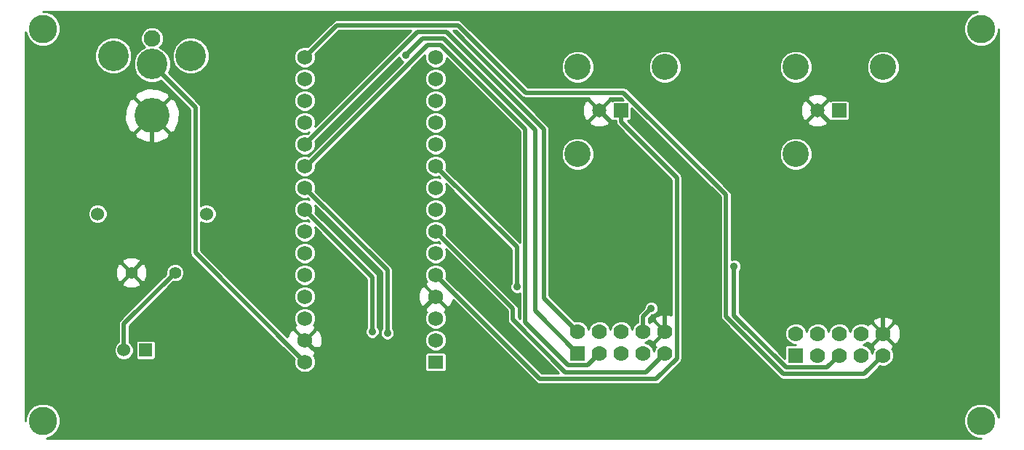
<source format=gbl>
G04 (created by PCBNEW (2013-mar-13)-testing) date Fri 01 Nov 2013 04:53:57 PM PDT*
%MOIN*%
G04 Gerber Fmt 3.4, Leading zero omitted, Abs format*
%FSLAX34Y34*%
G01*
G70*
G90*
G04 APERTURE LIST*
%ADD10C,0.005906*%
%ADD11C,0.055000*%
%ADD12C,0.120000*%
%ADD13R,0.065000X0.065000*%
%ADD14C,0.065000*%
%ADD15R,0.060000X0.060000*%
%ADD16C,0.060000*%
%ADD17C,0.076000*%
%ADD18C,0.140000*%
%ADD19C,0.160000*%
%ADD20R,0.070000X0.070000*%
%ADD21C,0.070000*%
%ADD22R,0.069000X0.060000*%
%ADD23C,0.069000*%
%ADD24C,0.130000*%
%ADD25C,0.035000*%
%ADD26C,0.020000*%
%ADD27C,0.010000*%
G04 APERTURE END LIST*
G54D10*
G54D11*
X17050Y-22200D03*
X15050Y-22200D03*
G54D12*
X35500Y-12750D03*
X39500Y-12750D03*
G54D13*
X37500Y-14750D03*
G54D14*
X36500Y-14750D03*
G54D12*
X35500Y-16750D03*
X45500Y-12750D03*
X49500Y-12750D03*
G54D13*
X47500Y-14750D03*
G54D14*
X46500Y-14750D03*
G54D12*
X45500Y-16750D03*
G54D15*
X15700Y-25750D03*
G54D16*
X14700Y-25750D03*
G54D17*
X16000Y-11440D03*
G54D18*
X16000Y-12620D03*
G54D19*
X16000Y-14980D03*
G54D18*
X14230Y-12230D03*
X17770Y-12230D03*
G54D20*
X45500Y-26000D03*
G54D21*
X45500Y-25000D03*
X46500Y-26000D03*
X46500Y-25000D03*
X47500Y-26000D03*
X47500Y-25000D03*
X48500Y-26000D03*
X48500Y-25000D03*
X49500Y-26000D03*
X49500Y-25000D03*
G54D20*
X35500Y-25900D03*
G54D21*
X35500Y-24900D03*
X36500Y-25900D03*
X36500Y-24900D03*
X37500Y-25900D03*
X37500Y-24900D03*
X38500Y-25900D03*
X38500Y-24900D03*
X39500Y-25900D03*
X39500Y-24900D03*
G54D16*
X13500Y-19500D03*
X18500Y-19500D03*
G54D22*
X29000Y-26300D03*
G54D23*
X29000Y-25300D03*
X29000Y-24300D03*
X29000Y-23300D03*
X29000Y-22300D03*
X29000Y-21300D03*
X29000Y-20300D03*
X29000Y-19300D03*
X29000Y-18300D03*
X29000Y-17300D03*
X29000Y-16300D03*
X29000Y-15300D03*
X29000Y-14300D03*
X29000Y-13300D03*
X29000Y-12300D03*
X23000Y-12300D03*
X23000Y-13300D03*
X23000Y-14300D03*
X23000Y-15300D03*
X23000Y-16300D03*
X23000Y-17300D03*
X23000Y-18300D03*
X23000Y-19300D03*
X23000Y-20300D03*
X23000Y-21300D03*
X23000Y-22300D03*
X23000Y-23300D03*
X23000Y-24300D03*
X23000Y-25300D03*
X23000Y-26300D03*
G54D24*
X11000Y-11000D03*
X54000Y-11000D03*
X11000Y-29000D03*
X54000Y-29000D03*
G54D25*
X27631Y-12207D03*
X26783Y-24975D03*
X26094Y-24904D03*
X38882Y-23831D03*
X32725Y-22846D03*
X42675Y-21900D03*
G54D26*
X33555Y-23955D02*
X35500Y-25900D01*
X33555Y-15633D02*
X33555Y-23955D01*
X29362Y-11441D02*
X33555Y-15633D01*
X28398Y-11441D02*
X29362Y-11441D01*
X27631Y-12207D02*
X28398Y-11441D01*
X33961Y-23361D02*
X35500Y-24900D01*
X33961Y-15615D02*
X33961Y-23361D01*
X29484Y-11139D02*
X33961Y-15615D01*
X28160Y-11139D02*
X29484Y-11139D01*
X23000Y-16300D02*
X28160Y-11139D01*
X35949Y-26450D02*
X36500Y-25900D01*
X35064Y-26450D02*
X35949Y-26450D01*
X33100Y-24486D02*
X35064Y-26450D01*
X33100Y-15604D02*
X33100Y-24486D01*
X29243Y-11746D02*
X33100Y-15604D01*
X28623Y-11746D02*
X29243Y-11746D01*
X23070Y-17300D02*
X28623Y-11746D01*
X23000Y-17300D02*
X23070Y-17300D01*
X26783Y-22083D02*
X26783Y-24975D01*
X23000Y-18300D02*
X26783Y-22083D01*
X26094Y-22394D02*
X26094Y-24904D01*
X23000Y-19300D02*
X26094Y-22394D01*
X38500Y-24213D02*
X38500Y-24900D01*
X38882Y-23831D02*
X38500Y-24213D01*
X48647Y-26852D02*
X49500Y-26000D01*
X44940Y-26852D02*
X48647Y-26852D01*
X42300Y-24212D02*
X44940Y-26852D01*
X42300Y-18615D02*
X42300Y-24212D01*
X37613Y-13928D02*
X42300Y-18615D01*
X33122Y-13928D02*
X37613Y-13928D01*
X30033Y-10838D02*
X33122Y-13928D01*
X24461Y-10838D02*
X30033Y-10838D01*
X23000Y-12300D02*
X24461Y-10838D01*
X38638Y-26761D02*
X39500Y-25900D01*
X34943Y-26761D02*
X38638Y-26761D01*
X32538Y-24356D02*
X34943Y-26761D01*
X32538Y-23838D02*
X32538Y-24356D01*
X29000Y-20300D02*
X32538Y-23838D01*
X32725Y-21025D02*
X32725Y-22846D01*
X29000Y-17300D02*
X32725Y-21025D01*
X46947Y-26552D02*
X47500Y-26000D01*
X45064Y-26552D02*
X46947Y-26552D01*
X42675Y-24163D02*
X45064Y-26552D01*
X42675Y-21900D02*
X42675Y-24163D01*
X40051Y-17827D02*
X37500Y-15275D01*
X40051Y-26127D02*
X40051Y-17827D01*
X39115Y-27064D02*
X40051Y-26127D01*
X33764Y-27064D02*
X39115Y-27064D01*
X29000Y-22300D02*
X33764Y-27064D01*
X37500Y-14750D02*
X37500Y-15275D01*
X17986Y-14606D02*
X16000Y-12620D01*
X17986Y-21286D02*
X17986Y-14606D01*
X23000Y-26300D02*
X17986Y-21286D01*
X49500Y-17750D02*
X46500Y-14750D01*
X49500Y-25000D02*
X49500Y-17750D01*
X23406Y-25706D02*
X23551Y-25706D01*
X23000Y-25300D02*
X23406Y-25706D01*
X26593Y-25706D02*
X29000Y-23300D01*
X23551Y-25706D02*
X26593Y-25706D01*
X16000Y-14980D02*
X16000Y-21703D01*
X17451Y-21703D02*
X16000Y-21703D01*
X22598Y-26849D02*
X17451Y-21703D01*
X23230Y-26849D02*
X22598Y-26849D01*
X23551Y-26528D02*
X23230Y-26849D01*
X23551Y-25706D02*
X23551Y-26528D01*
X15546Y-21703D02*
X15050Y-22200D01*
X16000Y-21703D02*
X15546Y-21703D01*
X39500Y-17750D02*
X39500Y-24900D01*
X36500Y-14750D02*
X39500Y-17750D01*
X14700Y-24550D02*
X17050Y-22200D01*
X14700Y-25750D02*
X14700Y-24550D01*
G54D10*
G36*
X39801Y-24159D02*
X39666Y-24101D01*
X39347Y-24098D01*
X39052Y-24217D01*
X39041Y-24225D01*
X39020Y-24385D01*
X39500Y-24864D01*
X39505Y-24859D01*
X39540Y-24894D01*
X39535Y-24900D01*
X39540Y-24905D01*
X39505Y-24940D01*
X39500Y-24935D01*
X39020Y-25414D01*
X39041Y-25574D01*
X39095Y-25597D01*
X39076Y-25616D01*
X39000Y-25800D01*
X39000Y-25800D01*
X38924Y-25617D01*
X38783Y-25476D01*
X38599Y-25400D01*
X38599Y-25400D01*
X38782Y-25324D01*
X38801Y-25305D01*
X38817Y-25347D01*
X38825Y-25358D01*
X38985Y-25379D01*
X39464Y-24900D01*
X38985Y-24420D01*
X38825Y-24441D01*
X38802Y-24495D01*
X38783Y-24476D01*
X38750Y-24462D01*
X38750Y-24317D01*
X38910Y-24156D01*
X38946Y-24156D01*
X39066Y-24106D01*
X39157Y-24015D01*
X39207Y-23896D01*
X39207Y-23766D01*
X39158Y-23647D01*
X39066Y-23555D01*
X38947Y-23506D01*
X38817Y-23506D01*
X38698Y-23555D01*
X38607Y-23646D01*
X38557Y-23766D01*
X38557Y-23802D01*
X38323Y-24036D01*
X38269Y-24117D01*
X38250Y-24213D01*
X38250Y-24462D01*
X38217Y-24475D01*
X38076Y-24616D01*
X38000Y-24800D01*
X38000Y-24800D01*
X37924Y-24617D01*
X37783Y-24476D01*
X37599Y-24400D01*
X37400Y-24399D01*
X37217Y-24475D01*
X37076Y-24616D01*
X37000Y-24800D01*
X37000Y-24800D01*
X36961Y-24706D01*
X36961Y-15246D01*
X36500Y-14785D01*
X36464Y-14820D01*
X36464Y-14750D01*
X36003Y-14288D01*
X35846Y-14306D01*
X35726Y-14589D01*
X35723Y-14898D01*
X35839Y-15183D01*
X35846Y-15194D01*
X36003Y-15211D01*
X36464Y-14750D01*
X36464Y-14820D01*
X36038Y-15246D01*
X36056Y-15403D01*
X36339Y-15523D01*
X36648Y-15526D01*
X36933Y-15410D01*
X36944Y-15403D01*
X36961Y-15246D01*
X36961Y-24706D01*
X36924Y-24617D01*
X36783Y-24476D01*
X36599Y-24400D01*
X36400Y-24399D01*
X36250Y-24462D01*
X36250Y-16601D01*
X36136Y-16325D01*
X35925Y-16114D01*
X35649Y-16000D01*
X35351Y-15999D01*
X35075Y-16113D01*
X34864Y-16324D01*
X34750Y-16600D01*
X34749Y-16898D01*
X34863Y-17174D01*
X35074Y-17385D01*
X35350Y-17499D01*
X35648Y-17500D01*
X35924Y-17386D01*
X36135Y-17175D01*
X36249Y-16899D01*
X36250Y-16601D01*
X36250Y-24462D01*
X36217Y-24475D01*
X36076Y-24616D01*
X36000Y-24800D01*
X36000Y-24800D01*
X35924Y-24617D01*
X35783Y-24476D01*
X35599Y-24400D01*
X35400Y-24399D01*
X35367Y-24413D01*
X34211Y-23257D01*
X34211Y-15615D01*
X34192Y-15519D01*
X34192Y-15519D01*
X34170Y-15487D01*
X34137Y-15438D01*
X34137Y-15438D01*
X29788Y-11088D01*
X29929Y-11088D01*
X32945Y-14104D01*
X33027Y-14159D01*
X33027Y-14159D01*
X33122Y-14178D01*
X36047Y-14178D01*
X36038Y-14253D01*
X36500Y-14714D01*
X36961Y-14253D01*
X36952Y-14178D01*
X37510Y-14178D01*
X37606Y-14275D01*
X37145Y-14275D01*
X37090Y-14297D01*
X37088Y-14298D01*
X36996Y-14288D01*
X36535Y-14750D01*
X36996Y-15211D01*
X37088Y-15201D01*
X37090Y-15202D01*
X37145Y-15225D01*
X37204Y-15225D01*
X37250Y-15225D01*
X37250Y-15275D01*
X37269Y-15370D01*
X37323Y-15451D01*
X39801Y-17930D01*
X39801Y-24159D01*
X39801Y-24159D01*
G37*
G54D27*
X39801Y-24159D02*
X39666Y-24101D01*
X39347Y-24098D01*
X39052Y-24217D01*
X39041Y-24225D01*
X39020Y-24385D01*
X39500Y-24864D01*
X39505Y-24859D01*
X39540Y-24894D01*
X39535Y-24900D01*
X39540Y-24905D01*
X39505Y-24940D01*
X39500Y-24935D01*
X39020Y-25414D01*
X39041Y-25574D01*
X39095Y-25597D01*
X39076Y-25616D01*
X39000Y-25800D01*
X39000Y-25800D01*
X38924Y-25617D01*
X38783Y-25476D01*
X38599Y-25400D01*
X38599Y-25400D01*
X38782Y-25324D01*
X38801Y-25305D01*
X38817Y-25347D01*
X38825Y-25358D01*
X38985Y-25379D01*
X39464Y-24900D01*
X38985Y-24420D01*
X38825Y-24441D01*
X38802Y-24495D01*
X38783Y-24476D01*
X38750Y-24462D01*
X38750Y-24317D01*
X38910Y-24156D01*
X38946Y-24156D01*
X39066Y-24106D01*
X39157Y-24015D01*
X39207Y-23896D01*
X39207Y-23766D01*
X39158Y-23647D01*
X39066Y-23555D01*
X38947Y-23506D01*
X38817Y-23506D01*
X38698Y-23555D01*
X38607Y-23646D01*
X38557Y-23766D01*
X38557Y-23802D01*
X38323Y-24036D01*
X38269Y-24117D01*
X38250Y-24213D01*
X38250Y-24462D01*
X38217Y-24475D01*
X38076Y-24616D01*
X38000Y-24800D01*
X38000Y-24800D01*
X37924Y-24617D01*
X37783Y-24476D01*
X37599Y-24400D01*
X37400Y-24399D01*
X37217Y-24475D01*
X37076Y-24616D01*
X37000Y-24800D01*
X37000Y-24800D01*
X36961Y-24706D01*
X36961Y-15246D01*
X36500Y-14785D01*
X36464Y-14820D01*
X36464Y-14750D01*
X36003Y-14288D01*
X35846Y-14306D01*
X35726Y-14589D01*
X35723Y-14898D01*
X35839Y-15183D01*
X35846Y-15194D01*
X36003Y-15211D01*
X36464Y-14750D01*
X36464Y-14820D01*
X36038Y-15246D01*
X36056Y-15403D01*
X36339Y-15523D01*
X36648Y-15526D01*
X36933Y-15410D01*
X36944Y-15403D01*
X36961Y-15246D01*
X36961Y-24706D01*
X36924Y-24617D01*
X36783Y-24476D01*
X36599Y-24400D01*
X36400Y-24399D01*
X36250Y-24462D01*
X36250Y-16601D01*
X36136Y-16325D01*
X35925Y-16114D01*
X35649Y-16000D01*
X35351Y-15999D01*
X35075Y-16113D01*
X34864Y-16324D01*
X34750Y-16600D01*
X34749Y-16898D01*
X34863Y-17174D01*
X35074Y-17385D01*
X35350Y-17499D01*
X35648Y-17500D01*
X35924Y-17386D01*
X36135Y-17175D01*
X36249Y-16899D01*
X36250Y-16601D01*
X36250Y-24462D01*
X36217Y-24475D01*
X36076Y-24616D01*
X36000Y-24800D01*
X36000Y-24800D01*
X35924Y-24617D01*
X35783Y-24476D01*
X35599Y-24400D01*
X35400Y-24399D01*
X35367Y-24413D01*
X34211Y-23257D01*
X34211Y-15615D01*
X34192Y-15519D01*
X34192Y-15519D01*
X34170Y-15487D01*
X34137Y-15438D01*
X34137Y-15438D01*
X29788Y-11088D01*
X29929Y-11088D01*
X32945Y-14104D01*
X33027Y-14159D01*
X33027Y-14159D01*
X33122Y-14178D01*
X36047Y-14178D01*
X36038Y-14253D01*
X36500Y-14714D01*
X36961Y-14253D01*
X36952Y-14178D01*
X37510Y-14178D01*
X37606Y-14275D01*
X37145Y-14275D01*
X37090Y-14297D01*
X37088Y-14298D01*
X36996Y-14288D01*
X36535Y-14750D01*
X36996Y-15211D01*
X37088Y-15201D01*
X37090Y-15202D01*
X37145Y-15225D01*
X37204Y-15225D01*
X37250Y-15225D01*
X37250Y-15275D01*
X37269Y-15370D01*
X37323Y-15451D01*
X39801Y-17930D01*
X39801Y-24159D01*
G54D10*
G36*
X54800Y-28841D02*
X54678Y-28547D01*
X54453Y-28322D01*
X54159Y-28200D01*
X53841Y-28199D01*
X53547Y-28321D01*
X53322Y-28546D01*
X53200Y-28840D01*
X53199Y-29158D01*
X53321Y-29452D01*
X53546Y-29677D01*
X53840Y-29799D01*
X53999Y-29800D01*
X50301Y-29800D01*
X50301Y-24847D01*
X50250Y-24721D01*
X50250Y-12601D01*
X50136Y-12325D01*
X49925Y-12114D01*
X49649Y-12000D01*
X49351Y-11999D01*
X49075Y-12113D01*
X48864Y-12324D01*
X48750Y-12600D01*
X48749Y-12898D01*
X48863Y-13174D01*
X49074Y-13385D01*
X49350Y-13499D01*
X49648Y-13500D01*
X49924Y-13386D01*
X50135Y-13175D01*
X50249Y-12899D01*
X50250Y-12601D01*
X50250Y-24721D01*
X50182Y-24552D01*
X50174Y-24541D01*
X50014Y-24520D01*
X49979Y-24556D01*
X49979Y-24485D01*
X49958Y-24325D01*
X49666Y-24201D01*
X49347Y-24198D01*
X49052Y-24317D01*
X49041Y-24325D01*
X49020Y-24485D01*
X49500Y-24964D01*
X49979Y-24485D01*
X49979Y-24556D01*
X49535Y-25000D01*
X50014Y-25479D01*
X50174Y-25458D01*
X50298Y-25166D01*
X50301Y-24847D01*
X50301Y-29800D01*
X50000Y-29800D01*
X50000Y-25900D01*
X49924Y-25717D01*
X49905Y-25698D01*
X49947Y-25682D01*
X49958Y-25674D01*
X49979Y-25514D01*
X49500Y-25035D01*
X49020Y-25514D01*
X49041Y-25674D01*
X49095Y-25697D01*
X49076Y-25716D01*
X49000Y-25900D01*
X49000Y-25900D01*
X48924Y-25717D01*
X48783Y-25576D01*
X48599Y-25500D01*
X48599Y-25500D01*
X48782Y-25424D01*
X48801Y-25405D01*
X48817Y-25447D01*
X48825Y-25458D01*
X48985Y-25479D01*
X49464Y-25000D01*
X48985Y-24520D01*
X48825Y-24541D01*
X48802Y-24595D01*
X48783Y-24576D01*
X48599Y-24500D01*
X48400Y-24499D01*
X48217Y-24575D01*
X48076Y-24716D01*
X48000Y-24900D01*
X48000Y-24900D01*
X47975Y-24840D01*
X47975Y-15104D01*
X47975Y-15045D01*
X47975Y-14395D01*
X47952Y-14340D01*
X47909Y-14297D01*
X47854Y-14275D01*
X47795Y-14275D01*
X47145Y-14275D01*
X47090Y-14297D01*
X47088Y-14298D01*
X46996Y-14288D01*
X46961Y-14324D01*
X46961Y-14253D01*
X46944Y-14096D01*
X46660Y-13976D01*
X46351Y-13973D01*
X46250Y-14015D01*
X46250Y-12601D01*
X46136Y-12325D01*
X45925Y-12114D01*
X45649Y-12000D01*
X45351Y-11999D01*
X45075Y-12113D01*
X44864Y-12324D01*
X44750Y-12600D01*
X44749Y-12898D01*
X44863Y-13174D01*
X45074Y-13385D01*
X45350Y-13499D01*
X45648Y-13500D01*
X45924Y-13386D01*
X46135Y-13175D01*
X46249Y-12899D01*
X46250Y-12601D01*
X46250Y-14015D01*
X46066Y-14089D01*
X46056Y-14096D01*
X46038Y-14253D01*
X46500Y-14714D01*
X46961Y-14253D01*
X46961Y-14324D01*
X46535Y-14750D01*
X46996Y-15211D01*
X47088Y-15201D01*
X47090Y-15202D01*
X47145Y-15225D01*
X47204Y-15225D01*
X47854Y-15225D01*
X47909Y-15202D01*
X47952Y-15159D01*
X47975Y-15104D01*
X47975Y-24840D01*
X47924Y-24717D01*
X47783Y-24576D01*
X47599Y-24500D01*
X47400Y-24499D01*
X47217Y-24575D01*
X47076Y-24716D01*
X47000Y-24900D01*
X47000Y-24900D01*
X46961Y-24806D01*
X46961Y-15246D01*
X46500Y-14785D01*
X46464Y-14820D01*
X46464Y-14750D01*
X46003Y-14288D01*
X45846Y-14306D01*
X45726Y-14589D01*
X45723Y-14898D01*
X45839Y-15183D01*
X45846Y-15194D01*
X46003Y-15211D01*
X46464Y-14750D01*
X46464Y-14820D01*
X46038Y-15246D01*
X46056Y-15403D01*
X46339Y-15523D01*
X46648Y-15526D01*
X46933Y-15410D01*
X46944Y-15403D01*
X46961Y-15246D01*
X46961Y-24806D01*
X46924Y-24717D01*
X46783Y-24576D01*
X46599Y-24500D01*
X46400Y-24499D01*
X46250Y-24562D01*
X46250Y-16601D01*
X46136Y-16325D01*
X45925Y-16114D01*
X45649Y-16000D01*
X45351Y-15999D01*
X45075Y-16113D01*
X44864Y-16324D01*
X44750Y-16600D01*
X44749Y-16898D01*
X44863Y-17174D01*
X45074Y-17385D01*
X45350Y-17499D01*
X45648Y-17500D01*
X45924Y-17386D01*
X46135Y-17175D01*
X46249Y-16899D01*
X46250Y-16601D01*
X46250Y-24562D01*
X46217Y-24575D01*
X46076Y-24716D01*
X46000Y-24900D01*
X46000Y-24900D01*
X45924Y-24717D01*
X45783Y-24576D01*
X45599Y-24500D01*
X45400Y-24499D01*
X45217Y-24575D01*
X45076Y-24716D01*
X45000Y-24900D01*
X44999Y-25099D01*
X45075Y-25282D01*
X45216Y-25423D01*
X45400Y-25499D01*
X45499Y-25500D01*
X45120Y-25500D01*
X45065Y-25522D01*
X45022Y-25565D01*
X45000Y-25620D01*
X45000Y-25679D01*
X45000Y-26134D01*
X42925Y-24059D01*
X42925Y-22109D01*
X42950Y-22084D01*
X43000Y-21965D01*
X43000Y-21835D01*
X42951Y-21716D01*
X42859Y-21624D01*
X42740Y-21575D01*
X42611Y-21575D01*
X42550Y-21600D01*
X42550Y-18615D01*
X42531Y-18519D01*
X42531Y-18519D01*
X42477Y-18438D01*
X40250Y-16211D01*
X40250Y-12601D01*
X40136Y-12325D01*
X39925Y-12114D01*
X39649Y-12000D01*
X39351Y-11999D01*
X39075Y-12113D01*
X38864Y-12324D01*
X38750Y-12600D01*
X38749Y-12898D01*
X38863Y-13174D01*
X39074Y-13385D01*
X39350Y-13499D01*
X39648Y-13500D01*
X39924Y-13386D01*
X40135Y-13175D01*
X40249Y-12899D01*
X40250Y-12601D01*
X40250Y-16211D01*
X37790Y-13751D01*
X37709Y-13697D01*
X37613Y-13678D01*
X36250Y-13678D01*
X36250Y-12601D01*
X36136Y-12325D01*
X35925Y-12114D01*
X35649Y-12000D01*
X35351Y-11999D01*
X35075Y-12113D01*
X34864Y-12324D01*
X34750Y-12600D01*
X34749Y-12898D01*
X34863Y-13174D01*
X35074Y-13385D01*
X35350Y-13499D01*
X35648Y-13500D01*
X35924Y-13386D01*
X36135Y-13175D01*
X36249Y-12899D01*
X36250Y-12601D01*
X36250Y-13678D01*
X33226Y-13678D01*
X30210Y-10662D01*
X30129Y-10607D01*
X30033Y-10588D01*
X24461Y-10588D01*
X24365Y-10607D01*
X24284Y-10662D01*
X23128Y-11817D01*
X23098Y-11805D01*
X22901Y-11804D01*
X22719Y-11880D01*
X22580Y-12019D01*
X22505Y-12201D01*
X22504Y-12398D01*
X22580Y-12580D01*
X22719Y-12719D01*
X22901Y-12794D01*
X23098Y-12795D01*
X23280Y-12719D01*
X23419Y-12580D01*
X23494Y-12398D01*
X23495Y-12201D01*
X23482Y-12171D01*
X24564Y-11088D01*
X27857Y-11088D01*
X23457Y-15488D01*
X23494Y-15398D01*
X23495Y-15201D01*
X23495Y-14201D01*
X23495Y-13201D01*
X23419Y-13019D01*
X23280Y-12880D01*
X23098Y-12805D01*
X22901Y-12804D01*
X22719Y-12880D01*
X22580Y-13019D01*
X22505Y-13201D01*
X22504Y-13398D01*
X22580Y-13580D01*
X22719Y-13719D01*
X22901Y-13794D01*
X23098Y-13795D01*
X23280Y-13719D01*
X23419Y-13580D01*
X23494Y-13398D01*
X23495Y-13201D01*
X23495Y-14201D01*
X23419Y-14019D01*
X23280Y-13880D01*
X23098Y-13805D01*
X22901Y-13804D01*
X22719Y-13880D01*
X22580Y-14019D01*
X22505Y-14201D01*
X22504Y-14398D01*
X22580Y-14580D01*
X22719Y-14719D01*
X22901Y-14794D01*
X23098Y-14795D01*
X23280Y-14719D01*
X23419Y-14580D01*
X23494Y-14398D01*
X23495Y-14201D01*
X23495Y-15201D01*
X23419Y-15019D01*
X23280Y-14880D01*
X23098Y-14805D01*
X22901Y-14804D01*
X22719Y-14880D01*
X22580Y-15019D01*
X22505Y-15201D01*
X22504Y-15398D01*
X22580Y-15580D01*
X22719Y-15719D01*
X22901Y-15794D01*
X23098Y-15795D01*
X23188Y-15757D01*
X23128Y-15817D01*
X23098Y-15805D01*
X22901Y-15804D01*
X22719Y-15880D01*
X22580Y-16019D01*
X22505Y-16201D01*
X22504Y-16398D01*
X22580Y-16580D01*
X22719Y-16719D01*
X22901Y-16794D01*
X23098Y-16795D01*
X23280Y-16719D01*
X23419Y-16580D01*
X23494Y-16398D01*
X23495Y-16201D01*
X23482Y-16171D01*
X27328Y-12324D01*
X27356Y-12391D01*
X27447Y-12483D01*
X27508Y-12508D01*
X23178Y-16838D01*
X23098Y-16805D01*
X22901Y-16804D01*
X22719Y-16880D01*
X22580Y-17019D01*
X22505Y-17201D01*
X22504Y-17398D01*
X22580Y-17580D01*
X22719Y-17719D01*
X22901Y-17794D01*
X23098Y-17795D01*
X23280Y-17719D01*
X23419Y-17580D01*
X23494Y-17398D01*
X23495Y-17228D01*
X28505Y-12218D01*
X28504Y-12398D01*
X28580Y-12580D01*
X28719Y-12719D01*
X28901Y-12794D01*
X29098Y-12795D01*
X29280Y-12719D01*
X29419Y-12580D01*
X29494Y-12398D01*
X29494Y-12351D01*
X32850Y-15707D01*
X32850Y-20797D01*
X29482Y-17428D01*
X29494Y-17398D01*
X29495Y-17201D01*
X29495Y-16201D01*
X29495Y-15201D01*
X29495Y-14201D01*
X29495Y-13201D01*
X29419Y-13019D01*
X29280Y-12880D01*
X29098Y-12805D01*
X28901Y-12804D01*
X28719Y-12880D01*
X28580Y-13019D01*
X28505Y-13201D01*
X28504Y-13398D01*
X28580Y-13580D01*
X28719Y-13719D01*
X28901Y-13794D01*
X29098Y-13795D01*
X29280Y-13719D01*
X29419Y-13580D01*
X29494Y-13398D01*
X29495Y-13201D01*
X29495Y-14201D01*
X29419Y-14019D01*
X29280Y-13880D01*
X29098Y-13805D01*
X28901Y-13804D01*
X28719Y-13880D01*
X28580Y-14019D01*
X28505Y-14201D01*
X28504Y-14398D01*
X28580Y-14580D01*
X28719Y-14719D01*
X28901Y-14794D01*
X29098Y-14795D01*
X29280Y-14719D01*
X29419Y-14580D01*
X29494Y-14398D01*
X29495Y-14201D01*
X29495Y-15201D01*
X29419Y-15019D01*
X29280Y-14880D01*
X29098Y-14805D01*
X28901Y-14804D01*
X28719Y-14880D01*
X28580Y-15019D01*
X28505Y-15201D01*
X28504Y-15398D01*
X28580Y-15580D01*
X28719Y-15719D01*
X28901Y-15794D01*
X29098Y-15795D01*
X29280Y-15719D01*
X29419Y-15580D01*
X29494Y-15398D01*
X29495Y-15201D01*
X29495Y-16201D01*
X29419Y-16019D01*
X29280Y-15880D01*
X29098Y-15805D01*
X28901Y-15804D01*
X28719Y-15880D01*
X28580Y-16019D01*
X28505Y-16201D01*
X28504Y-16398D01*
X28580Y-16580D01*
X28719Y-16719D01*
X28901Y-16794D01*
X29098Y-16795D01*
X29280Y-16719D01*
X29419Y-16580D01*
X29494Y-16398D01*
X29495Y-16201D01*
X29495Y-17201D01*
X29419Y-17019D01*
X29280Y-16880D01*
X29098Y-16805D01*
X28901Y-16804D01*
X28719Y-16880D01*
X28580Y-17019D01*
X28505Y-17201D01*
X28504Y-17398D01*
X28580Y-17580D01*
X28719Y-17719D01*
X28901Y-17794D01*
X29098Y-17795D01*
X29128Y-17782D01*
X29188Y-17842D01*
X29098Y-17805D01*
X28901Y-17804D01*
X28719Y-17880D01*
X28580Y-18019D01*
X28505Y-18201D01*
X28504Y-18398D01*
X28580Y-18580D01*
X28719Y-18719D01*
X28901Y-18794D01*
X29098Y-18795D01*
X29280Y-18719D01*
X29419Y-18580D01*
X29494Y-18398D01*
X29495Y-18201D01*
X29457Y-18111D01*
X32475Y-21129D01*
X32475Y-22636D01*
X32450Y-22661D01*
X32400Y-22781D01*
X32400Y-22910D01*
X32449Y-23030D01*
X32541Y-23121D01*
X32660Y-23171D01*
X32790Y-23171D01*
X32850Y-23146D01*
X32850Y-24315D01*
X32788Y-24253D01*
X32788Y-23838D01*
X32769Y-23743D01*
X32715Y-23662D01*
X29482Y-20428D01*
X29494Y-20398D01*
X29495Y-20201D01*
X29495Y-19201D01*
X29419Y-19019D01*
X29280Y-18880D01*
X29098Y-18805D01*
X28901Y-18804D01*
X28719Y-18880D01*
X28580Y-19019D01*
X28505Y-19201D01*
X28504Y-19398D01*
X28580Y-19580D01*
X28719Y-19719D01*
X28901Y-19794D01*
X29098Y-19795D01*
X29280Y-19719D01*
X29419Y-19580D01*
X29494Y-19398D01*
X29495Y-19201D01*
X29495Y-20201D01*
X29419Y-20019D01*
X29280Y-19880D01*
X29098Y-19805D01*
X28901Y-19804D01*
X28719Y-19880D01*
X28580Y-20019D01*
X28505Y-20201D01*
X28504Y-20398D01*
X28580Y-20580D01*
X28719Y-20719D01*
X28901Y-20794D01*
X29098Y-20795D01*
X29128Y-20782D01*
X29188Y-20842D01*
X29098Y-20805D01*
X28901Y-20804D01*
X28719Y-20880D01*
X28580Y-21019D01*
X28505Y-21201D01*
X28504Y-21398D01*
X28580Y-21580D01*
X28719Y-21719D01*
X28901Y-21794D01*
X29098Y-21795D01*
X29280Y-21719D01*
X29419Y-21580D01*
X29494Y-21398D01*
X29495Y-21201D01*
X29457Y-21111D01*
X32288Y-23942D01*
X32288Y-24356D01*
X32307Y-24452D01*
X32362Y-24533D01*
X34642Y-26814D01*
X33867Y-26814D01*
X29482Y-22428D01*
X29494Y-22398D01*
X29495Y-22201D01*
X29419Y-22019D01*
X29280Y-21880D01*
X29098Y-21805D01*
X28901Y-21804D01*
X28719Y-21880D01*
X28580Y-22019D01*
X28505Y-22201D01*
X28504Y-22398D01*
X28580Y-22580D01*
X28603Y-22602D01*
X28555Y-22622D01*
X28544Y-22629D01*
X28524Y-22789D01*
X29000Y-23264D01*
X29005Y-23259D01*
X29040Y-23294D01*
X29035Y-23300D01*
X29510Y-23775D01*
X29670Y-23755D01*
X29793Y-23464D01*
X29793Y-23447D01*
X33587Y-27241D01*
X33668Y-27295D01*
X33764Y-27314D01*
X39115Y-27314D01*
X39211Y-27295D01*
X39292Y-27241D01*
X40228Y-26304D01*
X40282Y-26223D01*
X40282Y-26223D01*
X40301Y-26127D01*
X40301Y-17827D01*
X40282Y-17731D01*
X40282Y-17731D01*
X40228Y-17650D01*
X37803Y-15225D01*
X37854Y-15225D01*
X37909Y-15202D01*
X37952Y-15159D01*
X37975Y-15104D01*
X37975Y-15045D01*
X37975Y-14643D01*
X42050Y-18718D01*
X42050Y-24212D01*
X42069Y-24308D01*
X42123Y-24389D01*
X44763Y-27029D01*
X44844Y-27083D01*
X44940Y-27102D01*
X48647Y-27102D01*
X48742Y-27083D01*
X48824Y-27029D01*
X49367Y-26486D01*
X49400Y-26499D01*
X49599Y-26500D01*
X49782Y-26424D01*
X49923Y-26283D01*
X49999Y-26099D01*
X50000Y-25900D01*
X50000Y-29800D01*
X29495Y-29800D01*
X29495Y-25201D01*
X29495Y-24201D01*
X29419Y-24019D01*
X29396Y-23997D01*
X29444Y-23977D01*
X29455Y-23970D01*
X29475Y-23810D01*
X29000Y-23335D01*
X28964Y-23370D01*
X28964Y-23300D01*
X28489Y-22824D01*
X28329Y-22844D01*
X28206Y-23135D01*
X28203Y-23451D01*
X28322Y-23744D01*
X28329Y-23755D01*
X28489Y-23775D01*
X28964Y-23300D01*
X28964Y-23370D01*
X28524Y-23810D01*
X28544Y-23970D01*
X28604Y-23995D01*
X28580Y-24019D01*
X28505Y-24201D01*
X28504Y-24398D01*
X28580Y-24580D01*
X28719Y-24719D01*
X28901Y-24794D01*
X29098Y-24795D01*
X29280Y-24719D01*
X29419Y-24580D01*
X29494Y-24398D01*
X29495Y-24201D01*
X29495Y-25201D01*
X29419Y-25019D01*
X29280Y-24880D01*
X29098Y-24805D01*
X28901Y-24804D01*
X28719Y-24880D01*
X28580Y-25019D01*
X28505Y-25201D01*
X28504Y-25398D01*
X28580Y-25580D01*
X28719Y-25719D01*
X28901Y-25794D01*
X29098Y-25795D01*
X29280Y-25719D01*
X29419Y-25580D01*
X29494Y-25398D01*
X29495Y-25201D01*
X29495Y-29800D01*
X29495Y-29800D01*
X29495Y-26629D01*
X29495Y-26570D01*
X29495Y-25970D01*
X29472Y-25915D01*
X29429Y-25872D01*
X29374Y-25850D01*
X29315Y-25850D01*
X28625Y-25850D01*
X28570Y-25872D01*
X28527Y-25915D01*
X28505Y-25970D01*
X28505Y-26029D01*
X28505Y-26629D01*
X28527Y-26684D01*
X28570Y-26727D01*
X28625Y-26750D01*
X28684Y-26750D01*
X29374Y-26750D01*
X29429Y-26727D01*
X29472Y-26684D01*
X29495Y-26629D01*
X29495Y-29800D01*
X27108Y-29800D01*
X27108Y-24910D01*
X27059Y-24791D01*
X27033Y-24765D01*
X27033Y-22083D01*
X27014Y-21987D01*
X26960Y-21906D01*
X23482Y-18428D01*
X23494Y-18398D01*
X23495Y-18201D01*
X23419Y-18019D01*
X23280Y-17880D01*
X23098Y-17805D01*
X22901Y-17804D01*
X22719Y-17880D01*
X22580Y-18019D01*
X22505Y-18201D01*
X22504Y-18398D01*
X22580Y-18580D01*
X22719Y-18719D01*
X22901Y-18794D01*
X23098Y-18795D01*
X23128Y-18782D01*
X23188Y-18842D01*
X23098Y-18805D01*
X22901Y-18804D01*
X22719Y-18880D01*
X22580Y-19019D01*
X22505Y-19201D01*
X22504Y-19398D01*
X22580Y-19580D01*
X22719Y-19719D01*
X22901Y-19794D01*
X23098Y-19795D01*
X23128Y-19782D01*
X23188Y-19842D01*
X23098Y-19805D01*
X22901Y-19804D01*
X22719Y-19880D01*
X22580Y-20019D01*
X22505Y-20201D01*
X22504Y-20398D01*
X22580Y-20580D01*
X22719Y-20719D01*
X22901Y-20794D01*
X23098Y-20795D01*
X23280Y-20719D01*
X23419Y-20580D01*
X23494Y-20398D01*
X23495Y-20201D01*
X23457Y-20111D01*
X25844Y-22498D01*
X25844Y-24694D01*
X25819Y-24719D01*
X25769Y-24839D01*
X25769Y-24968D01*
X25818Y-25088D01*
X25910Y-25179D01*
X26029Y-25229D01*
X26158Y-25229D01*
X26278Y-25180D01*
X26369Y-25088D01*
X26419Y-24969D01*
X26419Y-24839D01*
X26370Y-24720D01*
X26344Y-24694D01*
X26344Y-22394D01*
X26325Y-22298D01*
X26325Y-22298D01*
X26303Y-22266D01*
X26271Y-22217D01*
X26271Y-22217D01*
X23482Y-19428D01*
X23494Y-19398D01*
X23495Y-19201D01*
X23457Y-19111D01*
X26533Y-22186D01*
X26533Y-24765D01*
X26507Y-24790D01*
X26458Y-24910D01*
X26458Y-25039D01*
X26507Y-25158D01*
X26599Y-25250D01*
X26718Y-25299D01*
X26847Y-25300D01*
X26967Y-25250D01*
X27058Y-25159D01*
X27108Y-25039D01*
X27108Y-24910D01*
X27108Y-29800D01*
X23796Y-29800D01*
X23796Y-25148D01*
X23677Y-24855D01*
X23670Y-24844D01*
X23510Y-24824D01*
X23495Y-24840D01*
X23495Y-24201D01*
X23495Y-23201D01*
X23495Y-22201D01*
X23495Y-21201D01*
X23419Y-21019D01*
X23280Y-20880D01*
X23098Y-20805D01*
X22901Y-20804D01*
X22719Y-20880D01*
X22580Y-21019D01*
X22505Y-21201D01*
X22504Y-21398D01*
X22580Y-21580D01*
X22719Y-21719D01*
X22901Y-21794D01*
X23098Y-21795D01*
X23280Y-21719D01*
X23419Y-21580D01*
X23494Y-21398D01*
X23495Y-21201D01*
X23495Y-22201D01*
X23419Y-22019D01*
X23280Y-21880D01*
X23098Y-21805D01*
X22901Y-21804D01*
X22719Y-21880D01*
X22580Y-22019D01*
X22505Y-22201D01*
X22504Y-22398D01*
X22580Y-22580D01*
X22719Y-22719D01*
X22901Y-22794D01*
X23098Y-22795D01*
X23280Y-22719D01*
X23419Y-22580D01*
X23494Y-22398D01*
X23495Y-22201D01*
X23495Y-23201D01*
X23419Y-23019D01*
X23280Y-22880D01*
X23098Y-22805D01*
X22901Y-22804D01*
X22719Y-22880D01*
X22580Y-23019D01*
X22505Y-23201D01*
X22504Y-23398D01*
X22580Y-23580D01*
X22719Y-23719D01*
X22901Y-23794D01*
X23098Y-23795D01*
X23280Y-23719D01*
X23419Y-23580D01*
X23494Y-23398D01*
X23495Y-23201D01*
X23495Y-24201D01*
X23419Y-24019D01*
X23280Y-23880D01*
X23098Y-23805D01*
X22901Y-23804D01*
X22719Y-23880D01*
X22580Y-24019D01*
X22505Y-24201D01*
X22504Y-24398D01*
X22580Y-24580D01*
X22603Y-24602D01*
X22555Y-24622D01*
X22544Y-24629D01*
X22524Y-24789D01*
X23000Y-25264D01*
X23475Y-24789D01*
X23455Y-24629D01*
X23395Y-24604D01*
X23419Y-24580D01*
X23494Y-24398D01*
X23495Y-24201D01*
X23495Y-24840D01*
X23035Y-25300D01*
X23510Y-25775D01*
X23670Y-25755D01*
X23793Y-25464D01*
X23796Y-25148D01*
X23796Y-29800D01*
X23495Y-29800D01*
X23495Y-26201D01*
X23419Y-26019D01*
X23396Y-25997D01*
X23444Y-25977D01*
X23455Y-25970D01*
X23475Y-25810D01*
X23000Y-25335D01*
X22994Y-25340D01*
X22959Y-25305D01*
X22964Y-25300D01*
X22489Y-24824D01*
X22329Y-24844D01*
X22206Y-25135D01*
X22206Y-25152D01*
X18236Y-21182D01*
X18236Y-19872D01*
X18244Y-19881D01*
X18410Y-19949D01*
X18589Y-19950D01*
X18754Y-19881D01*
X18881Y-19755D01*
X18949Y-19589D01*
X18950Y-19410D01*
X18881Y-19245D01*
X18755Y-19118D01*
X18620Y-19062D01*
X18620Y-12061D01*
X18491Y-11749D01*
X18252Y-11509D01*
X17939Y-11380D01*
X17601Y-11379D01*
X17289Y-11508D01*
X17049Y-11747D01*
X16920Y-12060D01*
X16919Y-12398D01*
X17048Y-12710D01*
X17287Y-12950D01*
X17600Y-13079D01*
X17938Y-13080D01*
X18250Y-12951D01*
X18490Y-12712D01*
X18619Y-12399D01*
X18620Y-12061D01*
X18620Y-19062D01*
X18589Y-19050D01*
X18410Y-19049D01*
X18245Y-19118D01*
X18236Y-19127D01*
X18236Y-14606D01*
X18217Y-14510D01*
X18162Y-14429D01*
X16754Y-13020D01*
X16849Y-12789D01*
X16850Y-12451D01*
X16721Y-12139D01*
X16482Y-11899D01*
X16346Y-11843D01*
X16449Y-11740D01*
X16529Y-11545D01*
X16530Y-11335D01*
X16449Y-11140D01*
X16300Y-10990D01*
X16105Y-10910D01*
X15895Y-10909D01*
X15700Y-10990D01*
X15550Y-11139D01*
X15470Y-11334D01*
X15469Y-11544D01*
X15550Y-11739D01*
X15653Y-11843D01*
X15519Y-11898D01*
X15279Y-12137D01*
X15150Y-12450D01*
X15149Y-12788D01*
X15278Y-13100D01*
X15517Y-13340D01*
X15830Y-13469D01*
X16168Y-13470D01*
X16400Y-13374D01*
X17736Y-14709D01*
X17736Y-21286D01*
X17755Y-21381D01*
X17809Y-21462D01*
X22517Y-26171D01*
X22505Y-26201D01*
X22504Y-26398D01*
X22580Y-26580D01*
X22719Y-26719D01*
X22901Y-26794D01*
X23098Y-26795D01*
X23280Y-26719D01*
X23419Y-26580D01*
X23494Y-26398D01*
X23495Y-26201D01*
X23495Y-29800D01*
X17475Y-29800D01*
X17475Y-22115D01*
X17410Y-21959D01*
X17291Y-21839D01*
X17254Y-21824D01*
X17254Y-14755D01*
X17073Y-14292D01*
X17045Y-14251D01*
X16839Y-14176D01*
X16803Y-14211D01*
X16803Y-14140D01*
X16728Y-13934D01*
X16273Y-13735D01*
X15775Y-13725D01*
X15312Y-13906D01*
X15271Y-13934D01*
X15196Y-14140D01*
X16000Y-14944D01*
X16803Y-14140D01*
X16803Y-14211D01*
X16035Y-14980D01*
X16839Y-15783D01*
X17045Y-15708D01*
X17244Y-15253D01*
X17254Y-14755D01*
X17254Y-21824D01*
X17134Y-21775D01*
X16965Y-21774D01*
X16809Y-21839D01*
X16803Y-21845D01*
X16803Y-15819D01*
X16000Y-15015D01*
X15964Y-15050D01*
X15964Y-14980D01*
X15160Y-14176D01*
X15080Y-14205D01*
X15080Y-12061D01*
X14951Y-11749D01*
X14712Y-11509D01*
X14399Y-11380D01*
X14061Y-11379D01*
X13749Y-11508D01*
X13509Y-11747D01*
X13380Y-12060D01*
X13379Y-12398D01*
X13508Y-12710D01*
X13747Y-12950D01*
X14060Y-13079D01*
X14398Y-13080D01*
X14710Y-12951D01*
X14950Y-12712D01*
X15079Y-12399D01*
X15080Y-12061D01*
X15080Y-14205D01*
X14954Y-14251D01*
X14755Y-14706D01*
X14745Y-15204D01*
X14926Y-15667D01*
X14954Y-15708D01*
X15160Y-15783D01*
X15964Y-14980D01*
X15964Y-15050D01*
X15196Y-15819D01*
X15271Y-16025D01*
X15726Y-16224D01*
X16224Y-16234D01*
X16687Y-16053D01*
X16728Y-16025D01*
X16803Y-15819D01*
X16803Y-21845D01*
X16689Y-21958D01*
X16625Y-22115D01*
X16624Y-22271D01*
X15775Y-23120D01*
X15775Y-22059D01*
X15666Y-21792D01*
X15662Y-21785D01*
X15510Y-21774D01*
X15475Y-21810D01*
X15475Y-21739D01*
X15464Y-21587D01*
X15198Y-21475D01*
X14909Y-21474D01*
X14642Y-21583D01*
X14635Y-21587D01*
X14624Y-21739D01*
X15050Y-22164D01*
X15475Y-21739D01*
X15475Y-21810D01*
X15085Y-22200D01*
X15510Y-22625D01*
X15662Y-22614D01*
X15774Y-22348D01*
X15775Y-22059D01*
X15775Y-23120D01*
X15475Y-23421D01*
X15475Y-22660D01*
X15050Y-22235D01*
X15014Y-22270D01*
X15014Y-22200D01*
X14589Y-21774D01*
X14437Y-21785D01*
X14325Y-22051D01*
X14324Y-22340D01*
X14433Y-22607D01*
X14437Y-22614D01*
X14589Y-22625D01*
X15014Y-22200D01*
X15014Y-22270D01*
X14624Y-22660D01*
X14635Y-22812D01*
X14901Y-22924D01*
X15190Y-22925D01*
X15457Y-22816D01*
X15464Y-22812D01*
X15475Y-22660D01*
X15475Y-23421D01*
X14523Y-24373D01*
X14469Y-24454D01*
X14450Y-24550D01*
X14450Y-25366D01*
X14445Y-25368D01*
X14318Y-25494D01*
X14250Y-25660D01*
X14249Y-25839D01*
X14318Y-26004D01*
X14444Y-26131D01*
X14610Y-26199D01*
X14789Y-26200D01*
X14954Y-26131D01*
X15081Y-26005D01*
X15149Y-25839D01*
X15150Y-25660D01*
X15081Y-25495D01*
X14955Y-25368D01*
X14950Y-25366D01*
X14950Y-24653D01*
X16978Y-22624D01*
X17134Y-22625D01*
X17290Y-22560D01*
X17410Y-22441D01*
X17474Y-22284D01*
X17475Y-22115D01*
X17475Y-29800D01*
X16150Y-29800D01*
X16150Y-26079D01*
X16150Y-26020D01*
X16150Y-25420D01*
X16127Y-25365D01*
X16084Y-25322D01*
X16029Y-25300D01*
X15970Y-25300D01*
X15370Y-25300D01*
X15315Y-25322D01*
X15272Y-25365D01*
X15250Y-25420D01*
X15250Y-25479D01*
X15250Y-26079D01*
X15272Y-26134D01*
X15315Y-26177D01*
X15370Y-26200D01*
X15429Y-26200D01*
X16029Y-26200D01*
X16084Y-26177D01*
X16127Y-26134D01*
X16150Y-26079D01*
X16150Y-29800D01*
X13950Y-29800D01*
X13950Y-19410D01*
X13881Y-19245D01*
X13755Y-19118D01*
X13589Y-19050D01*
X13410Y-19049D01*
X13245Y-19118D01*
X13118Y-19244D01*
X13050Y-19410D01*
X13049Y-19589D01*
X13118Y-19754D01*
X13244Y-19881D01*
X13410Y-19949D01*
X13589Y-19950D01*
X13754Y-19881D01*
X13881Y-19755D01*
X13949Y-19589D01*
X13950Y-19410D01*
X13950Y-29800D01*
X11158Y-29800D01*
X11452Y-29678D01*
X11677Y-29453D01*
X11799Y-29159D01*
X11800Y-28841D01*
X11678Y-28547D01*
X11453Y-28322D01*
X11159Y-28200D01*
X10841Y-28199D01*
X10547Y-28321D01*
X10322Y-28546D01*
X10200Y-28840D01*
X10200Y-28999D01*
X10200Y-11158D01*
X10321Y-11452D01*
X10546Y-11677D01*
X10840Y-11799D01*
X11158Y-11800D01*
X11452Y-11678D01*
X11677Y-11453D01*
X11799Y-11159D01*
X11800Y-10841D01*
X11678Y-10547D01*
X11453Y-10322D01*
X11159Y-10200D01*
X11000Y-10200D01*
X53841Y-10200D01*
X53547Y-10321D01*
X53322Y-10546D01*
X53200Y-10840D01*
X53199Y-11158D01*
X53321Y-11452D01*
X53546Y-11677D01*
X53840Y-11799D01*
X54158Y-11800D01*
X54452Y-11678D01*
X54677Y-11453D01*
X54799Y-11159D01*
X54800Y-11000D01*
X54800Y-28841D01*
X54800Y-28841D01*
G37*
G54D27*
X54800Y-28841D02*
X54678Y-28547D01*
X54453Y-28322D01*
X54159Y-28200D01*
X53841Y-28199D01*
X53547Y-28321D01*
X53322Y-28546D01*
X53200Y-28840D01*
X53199Y-29158D01*
X53321Y-29452D01*
X53546Y-29677D01*
X53840Y-29799D01*
X53999Y-29800D01*
X50301Y-29800D01*
X50301Y-24847D01*
X50250Y-24721D01*
X50250Y-12601D01*
X50136Y-12325D01*
X49925Y-12114D01*
X49649Y-12000D01*
X49351Y-11999D01*
X49075Y-12113D01*
X48864Y-12324D01*
X48750Y-12600D01*
X48749Y-12898D01*
X48863Y-13174D01*
X49074Y-13385D01*
X49350Y-13499D01*
X49648Y-13500D01*
X49924Y-13386D01*
X50135Y-13175D01*
X50249Y-12899D01*
X50250Y-12601D01*
X50250Y-24721D01*
X50182Y-24552D01*
X50174Y-24541D01*
X50014Y-24520D01*
X49979Y-24556D01*
X49979Y-24485D01*
X49958Y-24325D01*
X49666Y-24201D01*
X49347Y-24198D01*
X49052Y-24317D01*
X49041Y-24325D01*
X49020Y-24485D01*
X49500Y-24964D01*
X49979Y-24485D01*
X49979Y-24556D01*
X49535Y-25000D01*
X50014Y-25479D01*
X50174Y-25458D01*
X50298Y-25166D01*
X50301Y-24847D01*
X50301Y-29800D01*
X50000Y-29800D01*
X50000Y-25900D01*
X49924Y-25717D01*
X49905Y-25698D01*
X49947Y-25682D01*
X49958Y-25674D01*
X49979Y-25514D01*
X49500Y-25035D01*
X49020Y-25514D01*
X49041Y-25674D01*
X49095Y-25697D01*
X49076Y-25716D01*
X49000Y-25900D01*
X49000Y-25900D01*
X48924Y-25717D01*
X48783Y-25576D01*
X48599Y-25500D01*
X48599Y-25500D01*
X48782Y-25424D01*
X48801Y-25405D01*
X48817Y-25447D01*
X48825Y-25458D01*
X48985Y-25479D01*
X49464Y-25000D01*
X48985Y-24520D01*
X48825Y-24541D01*
X48802Y-24595D01*
X48783Y-24576D01*
X48599Y-24500D01*
X48400Y-24499D01*
X48217Y-24575D01*
X48076Y-24716D01*
X48000Y-24900D01*
X48000Y-24900D01*
X47975Y-24840D01*
X47975Y-15104D01*
X47975Y-15045D01*
X47975Y-14395D01*
X47952Y-14340D01*
X47909Y-14297D01*
X47854Y-14275D01*
X47795Y-14275D01*
X47145Y-14275D01*
X47090Y-14297D01*
X47088Y-14298D01*
X46996Y-14288D01*
X46961Y-14324D01*
X46961Y-14253D01*
X46944Y-14096D01*
X46660Y-13976D01*
X46351Y-13973D01*
X46250Y-14015D01*
X46250Y-12601D01*
X46136Y-12325D01*
X45925Y-12114D01*
X45649Y-12000D01*
X45351Y-11999D01*
X45075Y-12113D01*
X44864Y-12324D01*
X44750Y-12600D01*
X44749Y-12898D01*
X44863Y-13174D01*
X45074Y-13385D01*
X45350Y-13499D01*
X45648Y-13500D01*
X45924Y-13386D01*
X46135Y-13175D01*
X46249Y-12899D01*
X46250Y-12601D01*
X46250Y-14015D01*
X46066Y-14089D01*
X46056Y-14096D01*
X46038Y-14253D01*
X46500Y-14714D01*
X46961Y-14253D01*
X46961Y-14324D01*
X46535Y-14750D01*
X46996Y-15211D01*
X47088Y-15201D01*
X47090Y-15202D01*
X47145Y-15225D01*
X47204Y-15225D01*
X47854Y-15225D01*
X47909Y-15202D01*
X47952Y-15159D01*
X47975Y-15104D01*
X47975Y-24840D01*
X47924Y-24717D01*
X47783Y-24576D01*
X47599Y-24500D01*
X47400Y-24499D01*
X47217Y-24575D01*
X47076Y-24716D01*
X47000Y-24900D01*
X47000Y-24900D01*
X46961Y-24806D01*
X46961Y-15246D01*
X46500Y-14785D01*
X46464Y-14820D01*
X46464Y-14750D01*
X46003Y-14288D01*
X45846Y-14306D01*
X45726Y-14589D01*
X45723Y-14898D01*
X45839Y-15183D01*
X45846Y-15194D01*
X46003Y-15211D01*
X46464Y-14750D01*
X46464Y-14820D01*
X46038Y-15246D01*
X46056Y-15403D01*
X46339Y-15523D01*
X46648Y-15526D01*
X46933Y-15410D01*
X46944Y-15403D01*
X46961Y-15246D01*
X46961Y-24806D01*
X46924Y-24717D01*
X46783Y-24576D01*
X46599Y-24500D01*
X46400Y-24499D01*
X46250Y-24562D01*
X46250Y-16601D01*
X46136Y-16325D01*
X45925Y-16114D01*
X45649Y-16000D01*
X45351Y-15999D01*
X45075Y-16113D01*
X44864Y-16324D01*
X44750Y-16600D01*
X44749Y-16898D01*
X44863Y-17174D01*
X45074Y-17385D01*
X45350Y-17499D01*
X45648Y-17500D01*
X45924Y-17386D01*
X46135Y-17175D01*
X46249Y-16899D01*
X46250Y-16601D01*
X46250Y-24562D01*
X46217Y-24575D01*
X46076Y-24716D01*
X46000Y-24900D01*
X46000Y-24900D01*
X45924Y-24717D01*
X45783Y-24576D01*
X45599Y-24500D01*
X45400Y-24499D01*
X45217Y-24575D01*
X45076Y-24716D01*
X45000Y-24900D01*
X44999Y-25099D01*
X45075Y-25282D01*
X45216Y-25423D01*
X45400Y-25499D01*
X45499Y-25500D01*
X45120Y-25500D01*
X45065Y-25522D01*
X45022Y-25565D01*
X45000Y-25620D01*
X45000Y-25679D01*
X45000Y-26134D01*
X42925Y-24059D01*
X42925Y-22109D01*
X42950Y-22084D01*
X43000Y-21965D01*
X43000Y-21835D01*
X42951Y-21716D01*
X42859Y-21624D01*
X42740Y-21575D01*
X42611Y-21575D01*
X42550Y-21600D01*
X42550Y-18615D01*
X42531Y-18519D01*
X42531Y-18519D01*
X42477Y-18438D01*
X40250Y-16211D01*
X40250Y-12601D01*
X40136Y-12325D01*
X39925Y-12114D01*
X39649Y-12000D01*
X39351Y-11999D01*
X39075Y-12113D01*
X38864Y-12324D01*
X38750Y-12600D01*
X38749Y-12898D01*
X38863Y-13174D01*
X39074Y-13385D01*
X39350Y-13499D01*
X39648Y-13500D01*
X39924Y-13386D01*
X40135Y-13175D01*
X40249Y-12899D01*
X40250Y-12601D01*
X40250Y-16211D01*
X37790Y-13751D01*
X37709Y-13697D01*
X37613Y-13678D01*
X36250Y-13678D01*
X36250Y-12601D01*
X36136Y-12325D01*
X35925Y-12114D01*
X35649Y-12000D01*
X35351Y-11999D01*
X35075Y-12113D01*
X34864Y-12324D01*
X34750Y-12600D01*
X34749Y-12898D01*
X34863Y-13174D01*
X35074Y-13385D01*
X35350Y-13499D01*
X35648Y-13500D01*
X35924Y-13386D01*
X36135Y-13175D01*
X36249Y-12899D01*
X36250Y-12601D01*
X36250Y-13678D01*
X33226Y-13678D01*
X30210Y-10662D01*
X30129Y-10607D01*
X30033Y-10588D01*
X24461Y-10588D01*
X24365Y-10607D01*
X24284Y-10662D01*
X23128Y-11817D01*
X23098Y-11805D01*
X22901Y-11804D01*
X22719Y-11880D01*
X22580Y-12019D01*
X22505Y-12201D01*
X22504Y-12398D01*
X22580Y-12580D01*
X22719Y-12719D01*
X22901Y-12794D01*
X23098Y-12795D01*
X23280Y-12719D01*
X23419Y-12580D01*
X23494Y-12398D01*
X23495Y-12201D01*
X23482Y-12171D01*
X24564Y-11088D01*
X27857Y-11088D01*
X23457Y-15488D01*
X23494Y-15398D01*
X23495Y-15201D01*
X23495Y-14201D01*
X23495Y-13201D01*
X23419Y-13019D01*
X23280Y-12880D01*
X23098Y-12805D01*
X22901Y-12804D01*
X22719Y-12880D01*
X22580Y-13019D01*
X22505Y-13201D01*
X22504Y-13398D01*
X22580Y-13580D01*
X22719Y-13719D01*
X22901Y-13794D01*
X23098Y-13795D01*
X23280Y-13719D01*
X23419Y-13580D01*
X23494Y-13398D01*
X23495Y-13201D01*
X23495Y-14201D01*
X23419Y-14019D01*
X23280Y-13880D01*
X23098Y-13805D01*
X22901Y-13804D01*
X22719Y-13880D01*
X22580Y-14019D01*
X22505Y-14201D01*
X22504Y-14398D01*
X22580Y-14580D01*
X22719Y-14719D01*
X22901Y-14794D01*
X23098Y-14795D01*
X23280Y-14719D01*
X23419Y-14580D01*
X23494Y-14398D01*
X23495Y-14201D01*
X23495Y-15201D01*
X23419Y-15019D01*
X23280Y-14880D01*
X23098Y-14805D01*
X22901Y-14804D01*
X22719Y-14880D01*
X22580Y-15019D01*
X22505Y-15201D01*
X22504Y-15398D01*
X22580Y-15580D01*
X22719Y-15719D01*
X22901Y-15794D01*
X23098Y-15795D01*
X23188Y-15757D01*
X23128Y-15817D01*
X23098Y-15805D01*
X22901Y-15804D01*
X22719Y-15880D01*
X22580Y-16019D01*
X22505Y-16201D01*
X22504Y-16398D01*
X22580Y-16580D01*
X22719Y-16719D01*
X22901Y-16794D01*
X23098Y-16795D01*
X23280Y-16719D01*
X23419Y-16580D01*
X23494Y-16398D01*
X23495Y-16201D01*
X23482Y-16171D01*
X27328Y-12324D01*
X27356Y-12391D01*
X27447Y-12483D01*
X27508Y-12508D01*
X23178Y-16838D01*
X23098Y-16805D01*
X22901Y-16804D01*
X22719Y-16880D01*
X22580Y-17019D01*
X22505Y-17201D01*
X22504Y-17398D01*
X22580Y-17580D01*
X22719Y-17719D01*
X22901Y-17794D01*
X23098Y-17795D01*
X23280Y-17719D01*
X23419Y-17580D01*
X23494Y-17398D01*
X23495Y-17228D01*
X28505Y-12218D01*
X28504Y-12398D01*
X28580Y-12580D01*
X28719Y-12719D01*
X28901Y-12794D01*
X29098Y-12795D01*
X29280Y-12719D01*
X29419Y-12580D01*
X29494Y-12398D01*
X29494Y-12351D01*
X32850Y-15707D01*
X32850Y-20797D01*
X29482Y-17428D01*
X29494Y-17398D01*
X29495Y-17201D01*
X29495Y-16201D01*
X29495Y-15201D01*
X29495Y-14201D01*
X29495Y-13201D01*
X29419Y-13019D01*
X29280Y-12880D01*
X29098Y-12805D01*
X28901Y-12804D01*
X28719Y-12880D01*
X28580Y-13019D01*
X28505Y-13201D01*
X28504Y-13398D01*
X28580Y-13580D01*
X28719Y-13719D01*
X28901Y-13794D01*
X29098Y-13795D01*
X29280Y-13719D01*
X29419Y-13580D01*
X29494Y-13398D01*
X29495Y-13201D01*
X29495Y-14201D01*
X29419Y-14019D01*
X29280Y-13880D01*
X29098Y-13805D01*
X28901Y-13804D01*
X28719Y-13880D01*
X28580Y-14019D01*
X28505Y-14201D01*
X28504Y-14398D01*
X28580Y-14580D01*
X28719Y-14719D01*
X28901Y-14794D01*
X29098Y-14795D01*
X29280Y-14719D01*
X29419Y-14580D01*
X29494Y-14398D01*
X29495Y-14201D01*
X29495Y-15201D01*
X29419Y-15019D01*
X29280Y-14880D01*
X29098Y-14805D01*
X28901Y-14804D01*
X28719Y-14880D01*
X28580Y-15019D01*
X28505Y-15201D01*
X28504Y-15398D01*
X28580Y-15580D01*
X28719Y-15719D01*
X28901Y-15794D01*
X29098Y-15795D01*
X29280Y-15719D01*
X29419Y-15580D01*
X29494Y-15398D01*
X29495Y-15201D01*
X29495Y-16201D01*
X29419Y-16019D01*
X29280Y-15880D01*
X29098Y-15805D01*
X28901Y-15804D01*
X28719Y-15880D01*
X28580Y-16019D01*
X28505Y-16201D01*
X28504Y-16398D01*
X28580Y-16580D01*
X28719Y-16719D01*
X28901Y-16794D01*
X29098Y-16795D01*
X29280Y-16719D01*
X29419Y-16580D01*
X29494Y-16398D01*
X29495Y-16201D01*
X29495Y-17201D01*
X29419Y-17019D01*
X29280Y-16880D01*
X29098Y-16805D01*
X28901Y-16804D01*
X28719Y-16880D01*
X28580Y-17019D01*
X28505Y-17201D01*
X28504Y-17398D01*
X28580Y-17580D01*
X28719Y-17719D01*
X28901Y-17794D01*
X29098Y-17795D01*
X29128Y-17782D01*
X29188Y-17842D01*
X29098Y-17805D01*
X28901Y-17804D01*
X28719Y-17880D01*
X28580Y-18019D01*
X28505Y-18201D01*
X28504Y-18398D01*
X28580Y-18580D01*
X28719Y-18719D01*
X28901Y-18794D01*
X29098Y-18795D01*
X29280Y-18719D01*
X29419Y-18580D01*
X29494Y-18398D01*
X29495Y-18201D01*
X29457Y-18111D01*
X32475Y-21129D01*
X32475Y-22636D01*
X32450Y-22661D01*
X32400Y-22781D01*
X32400Y-22910D01*
X32449Y-23030D01*
X32541Y-23121D01*
X32660Y-23171D01*
X32790Y-23171D01*
X32850Y-23146D01*
X32850Y-24315D01*
X32788Y-24253D01*
X32788Y-23838D01*
X32769Y-23743D01*
X32715Y-23662D01*
X29482Y-20428D01*
X29494Y-20398D01*
X29495Y-20201D01*
X29495Y-19201D01*
X29419Y-19019D01*
X29280Y-18880D01*
X29098Y-18805D01*
X28901Y-18804D01*
X28719Y-18880D01*
X28580Y-19019D01*
X28505Y-19201D01*
X28504Y-19398D01*
X28580Y-19580D01*
X28719Y-19719D01*
X28901Y-19794D01*
X29098Y-19795D01*
X29280Y-19719D01*
X29419Y-19580D01*
X29494Y-19398D01*
X29495Y-19201D01*
X29495Y-20201D01*
X29419Y-20019D01*
X29280Y-19880D01*
X29098Y-19805D01*
X28901Y-19804D01*
X28719Y-19880D01*
X28580Y-20019D01*
X28505Y-20201D01*
X28504Y-20398D01*
X28580Y-20580D01*
X28719Y-20719D01*
X28901Y-20794D01*
X29098Y-20795D01*
X29128Y-20782D01*
X29188Y-20842D01*
X29098Y-20805D01*
X28901Y-20804D01*
X28719Y-20880D01*
X28580Y-21019D01*
X28505Y-21201D01*
X28504Y-21398D01*
X28580Y-21580D01*
X28719Y-21719D01*
X28901Y-21794D01*
X29098Y-21795D01*
X29280Y-21719D01*
X29419Y-21580D01*
X29494Y-21398D01*
X29495Y-21201D01*
X29457Y-21111D01*
X32288Y-23942D01*
X32288Y-24356D01*
X32307Y-24452D01*
X32362Y-24533D01*
X34642Y-26814D01*
X33867Y-26814D01*
X29482Y-22428D01*
X29494Y-22398D01*
X29495Y-22201D01*
X29419Y-22019D01*
X29280Y-21880D01*
X29098Y-21805D01*
X28901Y-21804D01*
X28719Y-21880D01*
X28580Y-22019D01*
X28505Y-22201D01*
X28504Y-22398D01*
X28580Y-22580D01*
X28603Y-22602D01*
X28555Y-22622D01*
X28544Y-22629D01*
X28524Y-22789D01*
X29000Y-23264D01*
X29005Y-23259D01*
X29040Y-23294D01*
X29035Y-23300D01*
X29510Y-23775D01*
X29670Y-23755D01*
X29793Y-23464D01*
X29793Y-23447D01*
X33587Y-27241D01*
X33668Y-27295D01*
X33764Y-27314D01*
X39115Y-27314D01*
X39211Y-27295D01*
X39292Y-27241D01*
X40228Y-26304D01*
X40282Y-26223D01*
X40282Y-26223D01*
X40301Y-26127D01*
X40301Y-17827D01*
X40282Y-17731D01*
X40282Y-17731D01*
X40228Y-17650D01*
X37803Y-15225D01*
X37854Y-15225D01*
X37909Y-15202D01*
X37952Y-15159D01*
X37975Y-15104D01*
X37975Y-15045D01*
X37975Y-14643D01*
X42050Y-18718D01*
X42050Y-24212D01*
X42069Y-24308D01*
X42123Y-24389D01*
X44763Y-27029D01*
X44844Y-27083D01*
X44940Y-27102D01*
X48647Y-27102D01*
X48742Y-27083D01*
X48824Y-27029D01*
X49367Y-26486D01*
X49400Y-26499D01*
X49599Y-26500D01*
X49782Y-26424D01*
X49923Y-26283D01*
X49999Y-26099D01*
X50000Y-25900D01*
X50000Y-29800D01*
X29495Y-29800D01*
X29495Y-25201D01*
X29495Y-24201D01*
X29419Y-24019D01*
X29396Y-23997D01*
X29444Y-23977D01*
X29455Y-23970D01*
X29475Y-23810D01*
X29000Y-23335D01*
X28964Y-23370D01*
X28964Y-23300D01*
X28489Y-22824D01*
X28329Y-22844D01*
X28206Y-23135D01*
X28203Y-23451D01*
X28322Y-23744D01*
X28329Y-23755D01*
X28489Y-23775D01*
X28964Y-23300D01*
X28964Y-23370D01*
X28524Y-23810D01*
X28544Y-23970D01*
X28604Y-23995D01*
X28580Y-24019D01*
X28505Y-24201D01*
X28504Y-24398D01*
X28580Y-24580D01*
X28719Y-24719D01*
X28901Y-24794D01*
X29098Y-24795D01*
X29280Y-24719D01*
X29419Y-24580D01*
X29494Y-24398D01*
X29495Y-24201D01*
X29495Y-25201D01*
X29419Y-25019D01*
X29280Y-24880D01*
X29098Y-24805D01*
X28901Y-24804D01*
X28719Y-24880D01*
X28580Y-25019D01*
X28505Y-25201D01*
X28504Y-25398D01*
X28580Y-25580D01*
X28719Y-25719D01*
X28901Y-25794D01*
X29098Y-25795D01*
X29280Y-25719D01*
X29419Y-25580D01*
X29494Y-25398D01*
X29495Y-25201D01*
X29495Y-29800D01*
X29495Y-29800D01*
X29495Y-26629D01*
X29495Y-26570D01*
X29495Y-25970D01*
X29472Y-25915D01*
X29429Y-25872D01*
X29374Y-25850D01*
X29315Y-25850D01*
X28625Y-25850D01*
X28570Y-25872D01*
X28527Y-25915D01*
X28505Y-25970D01*
X28505Y-26029D01*
X28505Y-26629D01*
X28527Y-26684D01*
X28570Y-26727D01*
X28625Y-26750D01*
X28684Y-26750D01*
X29374Y-26750D01*
X29429Y-26727D01*
X29472Y-26684D01*
X29495Y-26629D01*
X29495Y-29800D01*
X27108Y-29800D01*
X27108Y-24910D01*
X27059Y-24791D01*
X27033Y-24765D01*
X27033Y-22083D01*
X27014Y-21987D01*
X26960Y-21906D01*
X23482Y-18428D01*
X23494Y-18398D01*
X23495Y-18201D01*
X23419Y-18019D01*
X23280Y-17880D01*
X23098Y-17805D01*
X22901Y-17804D01*
X22719Y-17880D01*
X22580Y-18019D01*
X22505Y-18201D01*
X22504Y-18398D01*
X22580Y-18580D01*
X22719Y-18719D01*
X22901Y-18794D01*
X23098Y-18795D01*
X23128Y-18782D01*
X23188Y-18842D01*
X23098Y-18805D01*
X22901Y-18804D01*
X22719Y-18880D01*
X22580Y-19019D01*
X22505Y-19201D01*
X22504Y-19398D01*
X22580Y-19580D01*
X22719Y-19719D01*
X22901Y-19794D01*
X23098Y-19795D01*
X23128Y-19782D01*
X23188Y-19842D01*
X23098Y-19805D01*
X22901Y-19804D01*
X22719Y-19880D01*
X22580Y-20019D01*
X22505Y-20201D01*
X22504Y-20398D01*
X22580Y-20580D01*
X22719Y-20719D01*
X22901Y-20794D01*
X23098Y-20795D01*
X23280Y-20719D01*
X23419Y-20580D01*
X23494Y-20398D01*
X23495Y-20201D01*
X23457Y-20111D01*
X25844Y-22498D01*
X25844Y-24694D01*
X25819Y-24719D01*
X25769Y-24839D01*
X25769Y-24968D01*
X25818Y-25088D01*
X25910Y-25179D01*
X26029Y-25229D01*
X26158Y-25229D01*
X26278Y-25180D01*
X26369Y-25088D01*
X26419Y-24969D01*
X26419Y-24839D01*
X26370Y-24720D01*
X26344Y-24694D01*
X26344Y-22394D01*
X26325Y-22298D01*
X26325Y-22298D01*
X26303Y-22266D01*
X26271Y-22217D01*
X26271Y-22217D01*
X23482Y-19428D01*
X23494Y-19398D01*
X23495Y-19201D01*
X23457Y-19111D01*
X26533Y-22186D01*
X26533Y-24765D01*
X26507Y-24790D01*
X26458Y-24910D01*
X26458Y-25039D01*
X26507Y-25158D01*
X26599Y-25250D01*
X26718Y-25299D01*
X26847Y-25300D01*
X26967Y-25250D01*
X27058Y-25159D01*
X27108Y-25039D01*
X27108Y-24910D01*
X27108Y-29800D01*
X23796Y-29800D01*
X23796Y-25148D01*
X23677Y-24855D01*
X23670Y-24844D01*
X23510Y-24824D01*
X23495Y-24840D01*
X23495Y-24201D01*
X23495Y-23201D01*
X23495Y-22201D01*
X23495Y-21201D01*
X23419Y-21019D01*
X23280Y-20880D01*
X23098Y-20805D01*
X22901Y-20804D01*
X22719Y-20880D01*
X22580Y-21019D01*
X22505Y-21201D01*
X22504Y-21398D01*
X22580Y-21580D01*
X22719Y-21719D01*
X22901Y-21794D01*
X23098Y-21795D01*
X23280Y-21719D01*
X23419Y-21580D01*
X23494Y-21398D01*
X23495Y-21201D01*
X23495Y-22201D01*
X23419Y-22019D01*
X23280Y-21880D01*
X23098Y-21805D01*
X22901Y-21804D01*
X22719Y-21880D01*
X22580Y-22019D01*
X22505Y-22201D01*
X22504Y-22398D01*
X22580Y-22580D01*
X22719Y-22719D01*
X22901Y-22794D01*
X23098Y-22795D01*
X23280Y-22719D01*
X23419Y-22580D01*
X23494Y-22398D01*
X23495Y-22201D01*
X23495Y-23201D01*
X23419Y-23019D01*
X23280Y-22880D01*
X23098Y-22805D01*
X22901Y-22804D01*
X22719Y-22880D01*
X22580Y-23019D01*
X22505Y-23201D01*
X22504Y-23398D01*
X22580Y-23580D01*
X22719Y-23719D01*
X22901Y-23794D01*
X23098Y-23795D01*
X23280Y-23719D01*
X23419Y-23580D01*
X23494Y-23398D01*
X23495Y-23201D01*
X23495Y-24201D01*
X23419Y-24019D01*
X23280Y-23880D01*
X23098Y-23805D01*
X22901Y-23804D01*
X22719Y-23880D01*
X22580Y-24019D01*
X22505Y-24201D01*
X22504Y-24398D01*
X22580Y-24580D01*
X22603Y-24602D01*
X22555Y-24622D01*
X22544Y-24629D01*
X22524Y-24789D01*
X23000Y-25264D01*
X23475Y-24789D01*
X23455Y-24629D01*
X23395Y-24604D01*
X23419Y-24580D01*
X23494Y-24398D01*
X23495Y-24201D01*
X23495Y-24840D01*
X23035Y-25300D01*
X23510Y-25775D01*
X23670Y-25755D01*
X23793Y-25464D01*
X23796Y-25148D01*
X23796Y-29800D01*
X23495Y-29800D01*
X23495Y-26201D01*
X23419Y-26019D01*
X23396Y-25997D01*
X23444Y-25977D01*
X23455Y-25970D01*
X23475Y-25810D01*
X23000Y-25335D01*
X22994Y-25340D01*
X22959Y-25305D01*
X22964Y-25300D01*
X22489Y-24824D01*
X22329Y-24844D01*
X22206Y-25135D01*
X22206Y-25152D01*
X18236Y-21182D01*
X18236Y-19872D01*
X18244Y-19881D01*
X18410Y-19949D01*
X18589Y-19950D01*
X18754Y-19881D01*
X18881Y-19755D01*
X18949Y-19589D01*
X18950Y-19410D01*
X18881Y-19245D01*
X18755Y-19118D01*
X18620Y-19062D01*
X18620Y-12061D01*
X18491Y-11749D01*
X18252Y-11509D01*
X17939Y-11380D01*
X17601Y-11379D01*
X17289Y-11508D01*
X17049Y-11747D01*
X16920Y-12060D01*
X16919Y-12398D01*
X17048Y-12710D01*
X17287Y-12950D01*
X17600Y-13079D01*
X17938Y-13080D01*
X18250Y-12951D01*
X18490Y-12712D01*
X18619Y-12399D01*
X18620Y-12061D01*
X18620Y-19062D01*
X18589Y-19050D01*
X18410Y-19049D01*
X18245Y-19118D01*
X18236Y-19127D01*
X18236Y-14606D01*
X18217Y-14510D01*
X18162Y-14429D01*
X16754Y-13020D01*
X16849Y-12789D01*
X16850Y-12451D01*
X16721Y-12139D01*
X16482Y-11899D01*
X16346Y-11843D01*
X16449Y-11740D01*
X16529Y-11545D01*
X16530Y-11335D01*
X16449Y-11140D01*
X16300Y-10990D01*
X16105Y-10910D01*
X15895Y-10909D01*
X15700Y-10990D01*
X15550Y-11139D01*
X15470Y-11334D01*
X15469Y-11544D01*
X15550Y-11739D01*
X15653Y-11843D01*
X15519Y-11898D01*
X15279Y-12137D01*
X15150Y-12450D01*
X15149Y-12788D01*
X15278Y-13100D01*
X15517Y-13340D01*
X15830Y-13469D01*
X16168Y-13470D01*
X16400Y-13374D01*
X17736Y-14709D01*
X17736Y-21286D01*
X17755Y-21381D01*
X17809Y-21462D01*
X22517Y-26171D01*
X22505Y-26201D01*
X22504Y-26398D01*
X22580Y-26580D01*
X22719Y-26719D01*
X22901Y-26794D01*
X23098Y-26795D01*
X23280Y-26719D01*
X23419Y-26580D01*
X23494Y-26398D01*
X23495Y-26201D01*
X23495Y-29800D01*
X17475Y-29800D01*
X17475Y-22115D01*
X17410Y-21959D01*
X17291Y-21839D01*
X17254Y-21824D01*
X17254Y-14755D01*
X17073Y-14292D01*
X17045Y-14251D01*
X16839Y-14176D01*
X16803Y-14211D01*
X16803Y-14140D01*
X16728Y-13934D01*
X16273Y-13735D01*
X15775Y-13725D01*
X15312Y-13906D01*
X15271Y-13934D01*
X15196Y-14140D01*
X16000Y-14944D01*
X16803Y-14140D01*
X16803Y-14211D01*
X16035Y-14980D01*
X16839Y-15783D01*
X17045Y-15708D01*
X17244Y-15253D01*
X17254Y-14755D01*
X17254Y-21824D01*
X17134Y-21775D01*
X16965Y-21774D01*
X16809Y-21839D01*
X16803Y-21845D01*
X16803Y-15819D01*
X16000Y-15015D01*
X15964Y-15050D01*
X15964Y-14980D01*
X15160Y-14176D01*
X15080Y-14205D01*
X15080Y-12061D01*
X14951Y-11749D01*
X14712Y-11509D01*
X14399Y-11380D01*
X14061Y-11379D01*
X13749Y-11508D01*
X13509Y-11747D01*
X13380Y-12060D01*
X13379Y-12398D01*
X13508Y-12710D01*
X13747Y-12950D01*
X14060Y-13079D01*
X14398Y-13080D01*
X14710Y-12951D01*
X14950Y-12712D01*
X15079Y-12399D01*
X15080Y-12061D01*
X15080Y-14205D01*
X14954Y-14251D01*
X14755Y-14706D01*
X14745Y-15204D01*
X14926Y-15667D01*
X14954Y-15708D01*
X15160Y-15783D01*
X15964Y-14980D01*
X15964Y-15050D01*
X15196Y-15819D01*
X15271Y-16025D01*
X15726Y-16224D01*
X16224Y-16234D01*
X16687Y-16053D01*
X16728Y-16025D01*
X16803Y-15819D01*
X16803Y-21845D01*
X16689Y-21958D01*
X16625Y-22115D01*
X16624Y-22271D01*
X15775Y-23120D01*
X15775Y-22059D01*
X15666Y-21792D01*
X15662Y-21785D01*
X15510Y-21774D01*
X15475Y-21810D01*
X15475Y-21739D01*
X15464Y-21587D01*
X15198Y-21475D01*
X14909Y-21474D01*
X14642Y-21583D01*
X14635Y-21587D01*
X14624Y-21739D01*
X15050Y-22164D01*
X15475Y-21739D01*
X15475Y-21810D01*
X15085Y-22200D01*
X15510Y-22625D01*
X15662Y-22614D01*
X15774Y-22348D01*
X15775Y-22059D01*
X15775Y-23120D01*
X15475Y-23421D01*
X15475Y-22660D01*
X15050Y-22235D01*
X15014Y-22270D01*
X15014Y-22200D01*
X14589Y-21774D01*
X14437Y-21785D01*
X14325Y-22051D01*
X14324Y-22340D01*
X14433Y-22607D01*
X14437Y-22614D01*
X14589Y-22625D01*
X15014Y-22200D01*
X15014Y-22270D01*
X14624Y-22660D01*
X14635Y-22812D01*
X14901Y-22924D01*
X15190Y-22925D01*
X15457Y-22816D01*
X15464Y-22812D01*
X15475Y-22660D01*
X15475Y-23421D01*
X14523Y-24373D01*
X14469Y-24454D01*
X14450Y-24550D01*
X14450Y-25366D01*
X14445Y-25368D01*
X14318Y-25494D01*
X14250Y-25660D01*
X14249Y-25839D01*
X14318Y-26004D01*
X14444Y-26131D01*
X14610Y-26199D01*
X14789Y-26200D01*
X14954Y-26131D01*
X15081Y-26005D01*
X15149Y-25839D01*
X15150Y-25660D01*
X15081Y-25495D01*
X14955Y-25368D01*
X14950Y-25366D01*
X14950Y-24653D01*
X16978Y-22624D01*
X17134Y-22625D01*
X17290Y-22560D01*
X17410Y-22441D01*
X17474Y-22284D01*
X17475Y-22115D01*
X17475Y-29800D01*
X16150Y-29800D01*
X16150Y-26079D01*
X16150Y-26020D01*
X16150Y-25420D01*
X16127Y-25365D01*
X16084Y-25322D01*
X16029Y-25300D01*
X15970Y-25300D01*
X15370Y-25300D01*
X15315Y-25322D01*
X15272Y-25365D01*
X15250Y-25420D01*
X15250Y-25479D01*
X15250Y-26079D01*
X15272Y-26134D01*
X15315Y-26177D01*
X15370Y-26200D01*
X15429Y-26200D01*
X16029Y-26200D01*
X16084Y-26177D01*
X16127Y-26134D01*
X16150Y-26079D01*
X16150Y-29800D01*
X13950Y-29800D01*
X13950Y-19410D01*
X13881Y-19245D01*
X13755Y-19118D01*
X13589Y-19050D01*
X13410Y-19049D01*
X13245Y-19118D01*
X13118Y-19244D01*
X13050Y-19410D01*
X13049Y-19589D01*
X13118Y-19754D01*
X13244Y-19881D01*
X13410Y-19949D01*
X13589Y-19950D01*
X13754Y-19881D01*
X13881Y-19755D01*
X13949Y-19589D01*
X13950Y-19410D01*
X13950Y-29800D01*
X11158Y-29800D01*
X11452Y-29678D01*
X11677Y-29453D01*
X11799Y-29159D01*
X11800Y-28841D01*
X11678Y-28547D01*
X11453Y-28322D01*
X11159Y-28200D01*
X10841Y-28199D01*
X10547Y-28321D01*
X10322Y-28546D01*
X10200Y-28840D01*
X10200Y-28999D01*
X10200Y-11158D01*
X10321Y-11452D01*
X10546Y-11677D01*
X10840Y-11799D01*
X11158Y-11800D01*
X11452Y-11678D01*
X11677Y-11453D01*
X11799Y-11159D01*
X11800Y-10841D01*
X11678Y-10547D01*
X11453Y-10322D01*
X11159Y-10200D01*
X11000Y-10200D01*
X53841Y-10200D01*
X53547Y-10321D01*
X53322Y-10546D01*
X53200Y-10840D01*
X53199Y-11158D01*
X53321Y-11452D01*
X53546Y-11677D01*
X53840Y-11799D01*
X54158Y-11800D01*
X54452Y-11678D01*
X54677Y-11453D01*
X54799Y-11159D01*
X54800Y-11000D01*
X54800Y-28841D01*
M02*

</source>
